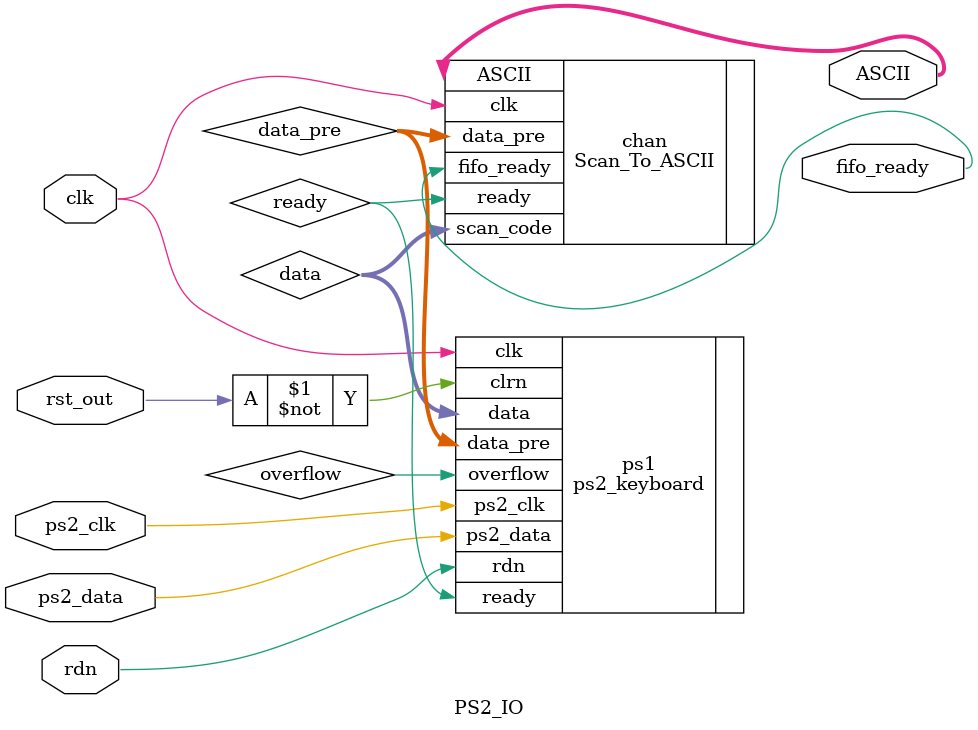
<source format=v>
`timescale 1ns / 1ps
module PS2_IO(
				  input wire clk,
				  input wire rst_out,
				  input wire ps2_clk,
				  input wire ps2_data,
				  input wire rdn,
				  output wire[7:0] ASCII,
				  output wire fifo_ready
    );
	 
wire[7:0] data_pre;
wire[7:0] data;
wire ready;
wire overflow;

  	  Scan_To_ASCII chan(
							  .clk(clk),
							  .ready(ready),
							  .scan_code(data),
							  .data_pre(data_pre),
							  .ASCII(ASCII),
							  .fifo_ready(fifo_ready)
							  );
							  
	  ps2_keyboard ps1(.clk(clk),
							 .clrn(~rst_out),
							 .ps2_clk(ps2_clk),
							 .ps2_data(ps2_data),
							 .rdn(rdn),
							 .data(data),
							 .data_pre(data_pre),
							 .ready(ready),
							 .overflow(overflow)
							 );
							 


endmodule

</source>
